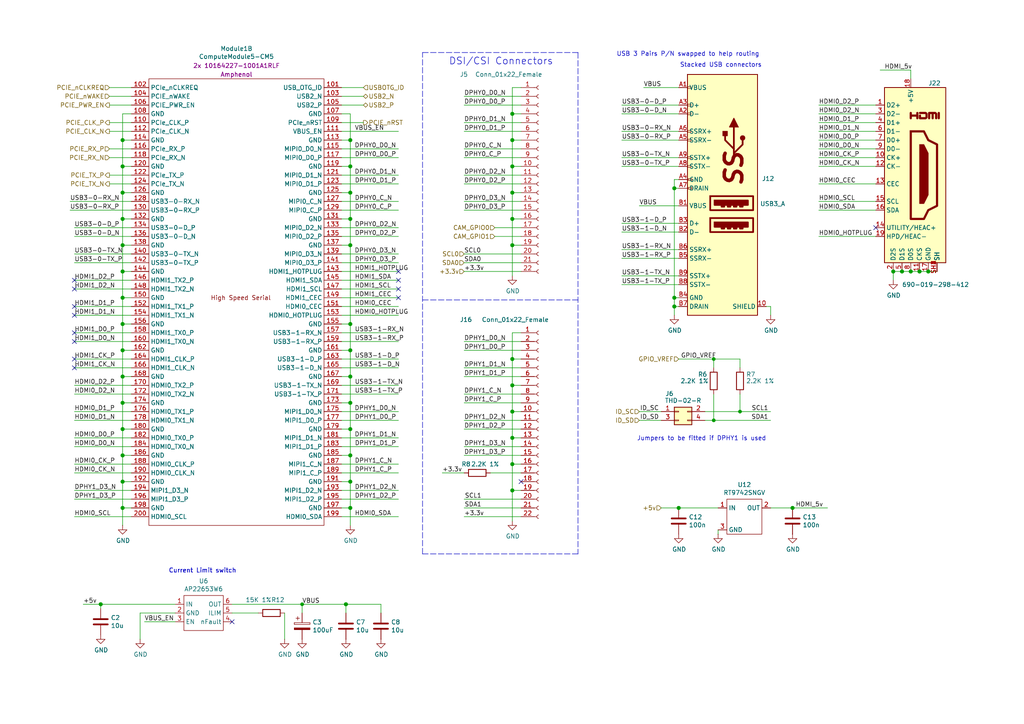
<source format=kicad_sch>
(kicad_sch (version 20250114) (generator "eeschema") (generator_version "9.0")
  (paper "A4")
  (title_block (title "Compute Module 5 IO Board - CM5 - Highspeed") (rev "1") (company "Copyright © 2024 Raspberry Pi Ltd.") (comment 1 "www.raspberrypi.com"))
  (text "USB 3 Pairs P/N swapped to help routing" (at 178.816 16.51 0) (effects (font (size 1.27 1.27)) (justify left bottom)))
  (text "Jumpers to be fitted if DPHY1 is used\n" (at 222.25 128.016 0) (effects (font (size 1.27 1.27)) (justify right bottom)))
  (text "Current Limit switch" (at 68.58 166.37 0) (effects (font (size 1.27 1.27)) (justify right bottom)))
  (text "DSI/CSI Connectors" (at 130.175 19.05 0) (effects (font (size 2.0066 2.0066)) (justify left bottom)))
  (text "Stacked USB connectors" (at 220.98 19.685 0) (effects (font (size 1.27 1.27)) (justify right bottom)))
  (text "Current Limit switch" (at 68.58 166.37 0) (effects (font (size 1.27 1.27)) (justify right bottom)))
  (junction (at 148.59 33.02) (diameter 1.016))
  (junction (at 207.01 104.14))
  (junction (at 35.56 147.32) (diameter 1.016))
  (junction (at 35.56 132.08) (diameter 1.016))
  (junction (at 148.59 119.38) (diameter 1.016))
  (junction (at 101.6 132.08) (diameter 1.016))
  (junction (at 35.56 71.12) (diameter 1.016))
  (junction (at 101.6 55.88) (diameter 1.016))
  (junction (at 100.33 175.26) (diameter 1.016))
  (junction (at 195.58 54.61) (diameter 1.016))
  (junction (at 266.7 78.74) (diameter 1.016))
  (junction (at 148.59 142.24) (diameter 1.016))
  (junction (at 148.59 134.62) (diameter 1.016))
  (junction (at 101.6 147.32) (diameter 1.016))
  (junction (at 35.56 40.64) (diameter 1.016))
  (junction (at 148.59 104.14) (diameter 1.016))
  (junction (at 101.6 40.64) (diameter 1.016))
  (junction (at 148.59 55.88) (diameter 1.016))
  (junction (at 35.56 55.88) (diameter 1.016))
  (junction (at 101.6 101.6) (diameter 1.016))
  (junction (at 196.85 147.32) (diameter 1.016))
  (junction (at 101.6 124.46) (diameter 1.016))
  (junction (at 269.24 78.74) (diameter 1.016))
  (junction (at 148.59 48.26) (diameter 1.016))
  (junction (at 214.63 119.38))
  (junction (at 35.56 78.74) (diameter 1.016))
  (junction (at 101.6 116.84) (diameter 1.016))
  (junction (at 148.59 127) (diameter 1.016))
  (junction (at 35.56 48.26) (diameter 1.016))
  (junction (at 101.6 63.5) (diameter 1.016))
  (junction (at 259.08 78.74) (diameter 1.016))
  (junction (at 29.21 175.26) (diameter 1.016))
  (junction (at 207.01 121.92))
  (junction (at 101.6 48.26) (diameter 1.016))
  (junction (at 35.56 139.7) (diameter 1.016))
  (junction (at 101.6 139.7) (diameter 1.016))
  (junction (at 148.59 63.5) (diameter 1.016))
  (junction (at 101.6 93.98) (diameter 1.016))
  (junction (at 35.56 101.6) (diameter 1.016))
  (junction (at 261.62 78.74) (diameter 1.016))
  (junction (at 195.58 86.36) (diameter 1.016))
  (junction (at 35.56 116.84) (diameter 1.016))
  (junction (at 35.56 86.36) (diameter 1.016))
  (junction (at 101.6 71.12) (diameter 1.016))
  (junction (at 101.6 109.22) (diameter 1.016))
  (junction (at 35.56 63.5) (diameter 1.016))
  (junction (at 229.87 147.32) (diameter 1.016))
  (junction (at 264.16 78.74) (diameter 1.016))
  (junction (at 148.59 111.76) (diameter 1.016))
  (junction (at 87.63 175.26))
  (junction (at 35.56 93.98) (diameter 1.016))
  (junction (at 148.59 40.64) (diameter 1.016))
  (junction (at 195.58 88.9) (diameter 1.016))
  (junction (at 148.59 71.12) (diameter 1.016))
  (junction (at 35.56 124.46) (diameter 1.016))
  (junction (at 35.56 109.22) (diameter 1.016))
  (no_connect (at 67.31 180.34))
  (no_connect (at 21.59 99.06))
  (no_connect (at 254 66.04))
  (no_connect (at 21.59 96.52))
  (no_connect (at 21.59 104.14))
  (no_connect (at 151.13 139.7))
  (no_connect (at 21.59 88.9))
  (no_connect (at 115.57 81.28))
  (no_connect (at 21.59 81.28))
  (no_connect (at 21.59 106.68))
  (no_connect (at 21.59 91.44))
  (no_connect (at 21.59 83.82))
  (no_connect (at 115.57 78.74))
  (no_connect (at 115.57 86.36))
  (no_connect (at 115.57 83.82))
  (wire (pts (xy 134.62 109.22) (xy 151.13 109.22)))
  (wire (pts (xy 180.34 67.31) (xy 196.85 67.31)))
  (wire (pts (xy 99.06 144.78) (xy 115.57 144.78)))
  (wire (pts (xy 21.59 111.76) (xy 38.1 111.76)))
  (wire (pts (xy 21.59 142.24) (xy 38.1 142.24)))
  (wire (pts (xy 261.62 78.74) (xy 264.16 78.74)))
  (wire (pts (xy 24.13 175.26) (xy 29.21 175.26)))
  (wire (pts (xy 148.59 40.64) (xy 148.59 48.26)))
  (wire (pts (xy 99.06 38.1) (xy 115.57 38.1)))
  (wire (pts (xy 35.56 63.5) (xy 35.56 71.12)))
  (wire (pts (xy 35.56 139.7) (xy 35.56 147.32)))
  (wire (pts (xy 196.85 52.07) (xy 195.58 52.07)))
  (wire (pts (xy 67.31 177.8) (xy 74.93 177.8)))
  (wire (pts (xy 35.56 33.02) (xy 35.56 40.64)))
  (wire (pts (xy 35.56 86.36) (xy 35.56 93.98)))
  (wire (pts (xy 237.49 68.58) (xy 254 68.58)))
  (wire (pts (xy 21.59 119.38) (xy 38.1 119.38)))
  (wire (pts (xy 35.56 71.12) (xy 35.56 78.74)))
  (wire (pts (xy 35.56 101.6) (xy 35.56 109.22)))
  (wire (pts (xy 101.6 48.26) (xy 101.6 40.64)))
  (wire (pts (xy 134.62 132.08) (xy 151.13 132.08)))
  (wire (pts (xy 99.06 30.48) (xy 105.41 30.48)))
  (wire (pts (xy 35.56 86.36) (xy 38.1 86.36)))
  (wire (pts (xy 148.59 104.14) (xy 148.59 111.76)))
  (wire (pts (xy 148.59 63.5) (xy 151.13 63.5)))
  (wire (pts (xy 148.59 33.02) (xy 148.59 40.64)))
  (wire (pts (xy 35.56 109.22) (xy 35.56 116.84)))
  (wire (pts (xy 35.56 48.26) (xy 35.56 55.88)))
  (wire (pts (xy 35.56 132.08) (xy 38.1 132.08)))
  (wire (pts (xy 101.6 71.12) (xy 101.6 63.5)))
  (wire (pts (xy 196.85 147.32) (xy 208.28 147.32)))
  (wire (pts (xy 237.49 53.34) (xy 254 53.34)))
  (wire (pts (xy 99.06 119.38) (xy 115.57 119.38)))
  (wire (pts (xy 266.7 78.74) (xy 269.24 78.74)))
  (polyline (pts (xy 167.64 15.24) (xy 167.64 160.655)) (stroke (width 0) (type dash)))
  (wire (pts (xy 31.75 38.1) (xy 38.1 38.1)))
  (wire (pts (xy 35.56 109.22) (xy 38.1 109.22)))
  (wire (pts (xy 38.1 147.32) (xy 35.56 147.32)))
  (wire (pts (xy 148.59 55.88) (xy 148.59 63.5)))
  (wire (pts (xy 207.01 104.14) (xy 214.63 104.14)))
  (wire (pts (xy 99.06 101.6) (xy 101.6 101.6)))
  (wire (pts (xy 223.52 147.32) (xy 229.87 147.32)))
  (wire (pts (xy 148.59 48.26) (xy 151.13 48.26)))
  (wire (pts (xy 35.56 55.88) (xy 35.56 63.5)))
  (wire (pts (xy 196.85 104.14) (xy 207.01 104.14)))
  (wire (pts (xy 21.59 114.3) (xy 38.1 114.3)))
  (wire (pts (xy 237.49 60.96) (xy 254 60.96)))
  (wire (pts (xy 207.01 114.3) (xy 207.01 121.92)))
  (wire (pts (xy 31.75 27.94) (xy 38.1 27.94)))
  (wire (pts (xy 180.34 48.26) (xy 196.85 48.26)))
  (wire (pts (xy 99.06 40.64) (xy 101.6 40.64)))
  (wire (pts (xy 134.62 99.06) (xy 151.13 99.06)))
  (wire (pts (xy 151.13 73.66) (xy 134.62 73.66)))
  (wire (pts (xy 21.59 73.66) (xy 38.1 73.66)))
  (wire (pts (xy 21.59 127) (xy 38.1 127)))
  (wire (pts (xy 21.59 66.04) (xy 38.1 66.04)))
  (wire (pts (xy 207.01 104.14) (xy 207.01 106.68)))
  (wire (pts (xy 101.6 124.46) (xy 101.6 132.08)))
  (wire (pts (xy 148.59 96.52) (xy 148.59 104.14)))
  (wire (pts (xy 40.64 177.8) (xy 40.64 185.42)))
  (wire (pts (xy 99.06 149.86) (xy 115.57 149.86)))
  (wire (pts (xy 214.63 104.14) (xy 214.63 106.68)))
  (wire (pts (xy 180.34 74.93) (xy 196.85 74.93)))
  (wire (pts (xy 41.91 180.34) (xy 50.8 180.34)))
  (wire (pts (xy 196.85 54.61) (xy 195.58 54.61)))
  (wire (pts (xy 237.49 43.18) (xy 254 43.18)))
  (wire (pts (xy 101.6 116.84) (xy 101.6 124.46)))
  (wire (pts (xy 134.62 114.3) (xy 151.13 114.3)))
  (wire (pts (xy 99.06 86.36) (xy 115.57 86.36)))
  (wire (pts (xy 21.59 129.54) (xy 38.1 129.54)))
  (wire (pts (xy 204.47 121.92) (xy 207.01 121.92)))
  (wire (pts (xy 99.06 78.74) (xy 115.57 78.74)))
  (wire (pts (xy 21.59 76.2) (xy 38.1 76.2)))
  (wire (pts (xy 101.6 147.32) (xy 101.6 152.4)))
  (wire (pts (xy 99.06 50.8) (xy 115.57 50.8)))
  (wire (pts (xy 100.33 177.8) (xy 100.33 175.26)))
  (wire (pts (xy 38.1 43.18) (xy 31.75 43.18)))
  (wire (pts (xy 99.06 76.2) (xy 115.57 76.2)))
  (wire (pts (xy 229.87 147.32) (xy 240.03 147.32)))
  (wire (pts (xy 31.75 30.48) (xy 38.1 30.48)))
  (wire (pts (xy 99.06 132.08) (xy 101.6 132.08)))
  (wire (pts (xy 259.08 78.74) (xy 259.08 81.28)))
  (wire (pts (xy 31.75 53.34) (xy 38.1 53.34)))
  (wire (pts (xy 148.59 119.38) (xy 148.59 127)))
  (wire (pts (xy 237.49 40.64) (xy 254 40.64)))
  (wire (pts (xy 99.06 88.9) (xy 115.57 88.9)))
  (wire (pts (xy 82.55 177.8) (xy 82.55 185.42)))
  (wire (pts (xy 208.28 153.67) (xy 208.28 154.94)))
  (wire (pts (xy 50.8 177.8) (xy 40.64 177.8)))
  (wire (pts (xy 180.34 33.02) (xy 196.85 33.02)))
  (wire (pts (xy 142.24 137.16) (xy 151.13 137.16)))
  (wire (pts (xy 35.56 63.5) (xy 38.1 63.5)))
  (wire (pts (xy 180.34 40.64) (xy 196.85 40.64)))
  (wire (pts (xy 204.47 119.38) (xy 214.63 119.38)))
  (wire (pts (xy 143.51 68.58) (xy 151.13 68.58)))
  (wire (pts (xy 148.59 134.62) (xy 151.13 134.62)))
  (wire (pts (xy 99.06 48.26) (xy 101.6 48.26)))
  (wire (pts (xy 134.62 58.42) (xy 151.13 58.42)))
  (wire (pts (xy 180.34 72.39) (xy 196.85 72.39)))
  (wire (pts (xy 21.59 99.06) (xy 38.1 99.06)))
  (wire (pts (xy 134.62 35.56) (xy 151.13 35.56)))
  (wire (pts (xy 151.13 147.32) (xy 134.62 147.32)))
  (wire (pts (xy 134.62 106.68) (xy 151.13 106.68)))
  (wire (pts (xy 38.1 45.72) (xy 31.75 45.72)))
  (wire (pts (xy 101.6 93.98) (xy 101.6 101.6)))
  (wire (pts (xy 134.62 53.34) (xy 151.13 53.34)))
  (wire (pts (xy 134.62 38.1) (xy 151.13 38.1)))
  (wire (pts (xy 35.56 116.84) (xy 35.56 124.46)))
  (wire (pts (xy 185.42 59.69) (xy 196.85 59.69)))
  (wire (pts (xy 21.59 83.82) (xy 38.1 83.82)))
  (wire (pts (xy 35.56 40.64) (xy 38.1 40.64)))
  (polyline (pts (xy 122.555 86.995) (xy 167.64 86.995)) (stroke (width 0) (type dash)))
  (wire (pts (xy 38.1 139.7) (xy 35.56 139.7)))
  (wire (pts (xy 180.34 38.1) (xy 196.85 38.1)))
  (wire (pts (xy 151.13 149.86) (xy 134.62 149.86)))
  (wire (pts (xy 99.06 73.66) (xy 115.57 73.66)))
  (wire (pts (xy 148.59 111.76) (xy 148.59 119.38)))
  (wire (pts (xy 67.31 175.26) (xy 87.63 175.26)))
  (wire (pts (xy 99.06 45.72) (xy 115.57 45.72)))
  (wire (pts (xy 87.63 175.26) (xy 100.33 175.26)))
  (wire (pts (xy 21.59 134.62) (xy 38.1 134.62)))
  (wire (pts (xy 29.21 175.26) (xy 50.8 175.26)))
  (wire (pts (xy 134.62 129.54) (xy 151.13 129.54)))
  (wire (pts (xy 237.49 38.1) (xy 254 38.1)))
  (wire (pts (xy 148.59 127) (xy 151.13 127)))
  (wire (pts (xy 148.59 25.4) (xy 148.59 33.02)))
  (wire (pts (xy 264.16 78.74) (xy 266.7 78.74)))
  (wire (pts (xy 35.56 124.46) (xy 38.1 124.46)))
  (wire (pts (xy 207.01 121.92) (xy 223.52 121.92)))
  (wire (pts (xy 191.77 147.32) (xy 196.85 147.32)))
  (wire (pts (xy 99.06 68.58) (xy 115.57 68.58)))
  (wire (pts (xy 99.06 55.88) (xy 101.6 55.88)))
  (wire (pts (xy 148.59 71.12) (xy 151.13 71.12)))
  (wire (pts (xy 148.59 142.24) (xy 148.59 151.13)))
  (wire (pts (xy 99.06 58.42) (xy 115.57 58.42)))
  (wire (pts (xy 148.59 119.38) (xy 151.13 119.38)))
  (wire (pts (xy 99.06 116.84) (xy 101.6 116.84)))
  (wire (pts (xy 195.58 88.9) (xy 195.58 91.44)))
  (wire (pts (xy 99.06 93.98) (xy 101.6 93.98)))
  (wire (pts (xy 185.42 119.38) (xy 191.77 119.38)))
  (wire (pts (xy 148.59 71.12) (xy 148.59 80.01)))
  (wire (pts (xy 31.75 35.56) (xy 38.1 35.56)))
  (wire (pts (xy 101.6 139.7) (xy 101.6 147.32)))
  (wire (pts (xy 101.6 55.88) (xy 101.6 48.26)))
  (wire (pts (xy 31.75 25.4) (xy 38.1 25.4)))
  (wire (pts (xy 180.34 80.01) (xy 196.85 80.01)))
  (wire (pts (xy 148.59 134.62) (xy 148.59 142.24)))
  (wire (pts (xy 134.62 60.96) (xy 151.13 60.96)))
  (wire (pts (xy 99.06 134.62) (xy 115.57 134.62)))
  (wire (pts (xy 99.06 91.44) (xy 115.57 91.44)))
  (wire (pts (xy 31.75 50.8) (xy 38.1 50.8)))
  (wire (pts (xy 134.62 121.92) (xy 151.13 121.92)))
  (wire (pts (xy 151.13 78.74) (xy 134.62 78.74)))
  (wire (pts (xy 99.06 66.04) (xy 115.57 66.04)))
  (wire (pts (xy 237.49 30.48) (xy 254 30.48)))
  (wire (pts (xy 21.59 88.9) (xy 38.1 88.9)))
  (wire (pts (xy 134.62 27.94) (xy 151.13 27.94)))
  (wire (pts (xy 151.13 96.52) (xy 148.59 96.52)))
  (wire (pts (xy 101.6 109.22) (xy 101.6 116.84)))
  (wire (pts (xy 222.25 88.9) (xy 223.52 88.9)))
  (wire (pts (xy 196.85 86.36) (xy 195.58 86.36)))
  (wire (pts (xy 99.06 43.18) (xy 115.57 43.18)))
  (wire (pts (xy 38.1 106.68) (xy 21.59 106.68)))
  (wire (pts (xy 35.56 93.98) (xy 38.1 93.98)))
  (wire (pts (xy 35.56 116.84) (xy 38.1 116.84)))
  (wire (pts (xy 134.62 50.8) (xy 151.13 50.8)))
  (wire (pts (xy 99.06 63.5) (xy 101.6 63.5)))
  (wire (pts (xy 38.1 33.02) (xy 35.56 33.02)))
  (polyline (pts (xy 122.555 15.24) (xy 168.148 15.24)) (stroke (width 0) (type dash)))
  (wire (pts (xy 21.59 144.78) (xy 38.1 144.78)))
  (wire (pts (xy 99.06 142.24) (xy 115.57 142.24)))
  (wire (pts (xy 151.13 144.78) (xy 134.62 144.78)))
  (wire (pts (xy 148.59 40.64) (xy 151.13 40.64)))
  (wire (pts (xy 264.16 20.32) (xy 264.16 22.86)))
  (wire (pts (xy 100.33 175.26) (xy 110.49 175.26)))
  (wire (pts (xy 35.56 71.12) (xy 38.1 71.12)))
  (wire (pts (xy 35.56 124.46) (xy 35.56 132.08)))
  (wire (pts (xy 99.06 60.96) (xy 115.57 60.96)))
  (wire (pts (xy 99.06 127) (xy 115.57 127)))
  (wire (pts (xy 180.34 30.48) (xy 196.85 30.48)))
  (wire (pts (xy 87.63 175.26) (xy 87.63 177.8)))
  (wire (pts (xy 214.63 119.38) (xy 223.52 119.38)))
  (wire (pts (xy 35.56 101.6) (xy 38.1 101.6)))
  (wire (pts (xy 195.58 86.36) (xy 195.58 88.9)))
  (wire (pts (xy 148.59 33.02) (xy 151.13 33.02)))
  (wire (pts (xy 20.32 60.96) (xy 38.1 60.96)))
  (wire (pts (xy 269.24 78.74) (xy 271.78 78.74)))
  (wire (pts (xy 180.34 45.72) (xy 196.85 45.72)))
  (wire (pts (xy 99.06 124.46) (xy 101.6 124.46)))
  (wire (pts (xy 148.59 104.14) (xy 151.13 104.14)))
  (wire (pts (xy 35.56 55.88) (xy 38.1 55.88)))
  (wire (pts (xy 99.06 96.52) (xy 115.57 96.52)))
  (wire (pts (xy 115.57 99.06) (xy 99.06 99.06)))
  (wire (pts (xy 21.59 96.52) (xy 38.1 96.52)))
  (wire (pts (xy 21.59 149.86) (xy 38.1 149.86)))
  (wire (pts (xy 134.62 30.48) (xy 151.13 30.48)))
  (wire (pts (xy 99.06 109.22) (xy 101.6 109.22)))
  (wire (pts (xy 151.13 25.4) (xy 148.59 25.4)))
  (wire (pts (xy 214.63 114.3) (xy 214.63 119.38)))
  (wire (pts (xy 237.49 45.72) (xy 254 45.72)))
  (wire (pts (xy 99.06 81.28) (xy 115.57 81.28)))
  (wire (pts (xy 143.51 66.04) (xy 151.13 66.04)))
  (wire (pts (xy 99.06 53.34) (xy 115.57 53.34)))
  (wire (pts (xy 259.08 78.74) (xy 261.62 78.74)))
  (wire (pts (xy 21.59 91.44) (xy 38.1 91.44)))
  (wire (pts (xy 255.27 20.32) (xy 264.16 20.32)))
  (wire (pts (xy 35.56 132.08) (xy 35.56 139.7)))
  (wire (pts (xy 134.62 101.6) (xy 151.13 101.6)))
  (wire (pts (xy 99.06 129.54) (xy 115.57 129.54)))
  (wire (pts (xy 99.06 27.94) (xy 105.41 27.94)))
  (wire (pts (xy 20.32 58.42) (xy 38.1 58.42)))
  (wire (pts (xy 101.6 40.64) (xy 101.6 33.02)))
  (wire (pts (xy 196.85 88.9) (xy 195.58 88.9)))
  (wire (pts (xy 185.42 121.92) (xy 191.77 121.92)))
  (wire (pts (xy 195.58 52.07) (xy 195.58 54.61)))
  (wire (pts (xy 128.27 137.16) (xy 134.62 137.16)))
  (wire (pts (xy 148.59 48.26) (xy 148.59 55.88)))
  (wire (pts (xy 101.6 63.5) (xy 101.6 55.88)))
  (wire (pts (xy 99.06 104.14) (xy 115.57 104.14)))
  (wire (pts (xy 21.59 104.14) (xy 38.1 104.14)))
  (wire (pts (xy 151.13 76.2) (xy 134.62 76.2)))
  (wire (pts (xy 237.49 58.42) (xy 254 58.42)))
  (wire (pts (xy 99.06 106.68) (xy 115.57 106.68)))
  (wire (pts (xy 35.56 78.74) (xy 38.1 78.74)))
  (wire (pts (xy 101.6 132.08) (xy 101.6 139.7)))
  (wire (pts (xy 35.56 48.26) (xy 38.1 48.26)))
  (wire (pts (xy 99.06 35.56) (xy 105.41 35.56)))
  (wire (pts (xy 99.06 121.92) (xy 115.57 121.92)))
  (wire (pts (xy 101.6 71.12) (xy 101.6 93.98)))
  (wire (pts (xy 134.62 43.18) (xy 151.13 43.18)))
  (wire (pts (xy 35.56 93.98) (xy 35.56 101.6)))
  (wire (pts (xy 148.59 142.24) (xy 151.13 142.24)))
  (wire (pts (xy 99.06 71.12) (xy 101.6 71.12)))
  (polyline (pts (xy 122.555 160.655) (xy 122.555 15.24)) (stroke (width 0) (type dash)))
  (wire (pts (xy 21.59 68.58) (xy 38.1 68.58)))
  (wire (pts (xy 99.06 114.3) (xy 115.57 114.3)))
  (wire (pts (xy 29.21 176.53) (xy 29.21 175.26)))
  (wire (pts (xy 186.69 25.4) (xy 196.85 25.4)))
  (wire (pts (xy 101.6 33.02) (xy 99.06 33.02)))
  (wire (pts (xy 21.59 81.28) (xy 38.1 81.28)))
  (wire (pts (xy 148.59 63.5) (xy 148.59 71.12)))
  (wire (pts (xy 101.6 101.6) (xy 101.6 109.22)))
  (wire (pts (xy 21.59 121.92) (xy 38.1 121.92)))
  (wire (pts (xy 99.06 83.82) (xy 115.57 83.82)))
  (wire (pts (xy 35.56 78.74) (xy 35.56 86.36)))
  (wire (pts (xy 35.56 147.32) (xy 35.56 152.4)))
  (wire (pts (xy 148.59 127) (xy 148.59 134.62)))
  (wire (pts (xy 99.06 147.32) (xy 101.6 147.32)))
  (wire (pts (xy 134.62 116.84) (xy 151.13 116.84)))
  (wire (pts (xy 110.49 175.26) (xy 110.49 177.8)))
  (wire (pts (xy 35.56 40.64) (xy 35.56 48.26)))
  (wire (pts (xy 148.59 55.88) (xy 151.13 55.88)))
  (wire (pts (xy 99.06 139.7) (xy 101.6 139.7)))
  (wire (pts (xy 237.49 33.02) (xy 254 33.02)))
  (wire (pts (xy 148.59 111.76) (xy 151.13 111.76)))
  (wire (pts (xy 180.34 64.77) (xy 196.85 64.77)))
  (wire (pts (xy 223.52 88.9) (xy 223.52 91.44)))
  (wire (pts (xy 21.59 137.16) (xy 38.1 137.16)))
  (wire (pts (xy 237.49 35.56) (xy 254 35.56)))
  (polyline (pts (xy 167.64 160.655) (xy 122.555 160.655)) (stroke (width 0) (type dash)))
  (wire (pts (xy 237.49 48.26) (xy 254 48.26)))
  (wire (pts (xy 180.34 82.55) (xy 196.85 82.55)))
  (wire (pts (xy 195.58 54.61) (xy 195.58 86.36)))
  (wire (pts (xy 134.62 124.46) (xy 151.13 124.46)))
  (wire (pts (xy 99.06 137.16) (xy 115.57 137.16)))
  (wire (pts (xy 134.62 45.72) (xy 151.13 45.72)))
  (wire (pts (xy 99.06 111.76) (xy 115.57 111.76)))
  (wire (pts (xy 105.41 25.4) (xy 99.06 25.4)))
  (label "HDMI0_D1_N" (at 21.59 121.92 0))
  (label "DPHY1_D3_P" (at 21.59 144.78 0))
  (label "DPHY0_D1_P" (at 114.935 53.34 180))
  (label "USB3-0-TX_N" (at 180.34 45.72 0))
  (label "DPHY0_D2_N" (at 134.62 50.8 0))
  (label "HDMI1_CEC" (at 102.87 86.36 0))
  (label "HDMI0_CK_N" (at 237.49 48.26 0))
  (label "USB3-1-D_N" (at 102.87 106.68 0))
  (label "USB3-1-D_N" (at 180.34 67.31 0))
  (label "VBUS_EN" (at 102.87 38.1 0))
  (label "HDMI0_D2_N" (at 237.49 33.02 0))
  (label "HDMI0_D1_N" (at 237.49 38.1 0))
  (label "SDA0" (at 134.62 76.2 0))
  (label "DPHY0_D0_P" (at 114.935 45.72 180))
  (label "DPHY1_D1_P" (at 134.62 109.22 0))
  (label "HDMI0_D0_P" (at 237.49 40.64 0))
  (label "DPHY1_C_N" (at 102.87 134.62 0))
  (label "DPHY1_C_N" (at 134.62 114.3 0))
  (label "USB3-0-RX_P" (at 180.34 40.64 0))
  (label "DPHY0_D0_N" (at 134.62 27.94 0))
  (label "DPHY1_D3_N" (at 134.62 129.54 0))
  (label "HDMI1_D1_P" (at 21.59 88.9 0))
  (label "USB3-0-D_N" (at 21.59 68.58 0))
  (label "SCL0" (at 134.62 73.66 0))
  (label "ID_SC" (at 191.135 119.38 180))
  (label "HDMI0_D2_P" (at 21.59 111.76 0))
  (label "USB3-0-RX_N" (at 180.34 38.1 0))
  (label "DPHY1_D2_N" (at 102.87 142.24 0))
  (label "+3.3v" (at 134.62 78.74 0))
  (label "USB3-0-D_P" (at 180.34 30.48 0))
  (label "ID_SD" (at 191.135 121.92 180))
  (label "SCL1" (at 139.7 144.78 180))
  (label "USB3-0-TX_N" (at 21.59 73.66 0))
  (label "VBUS_EN" (at 41.91 180.34 0))
  (label "USB3-1-TX_P" (at 102.87 114.3 0))
  (label "+5v" (at 24.13 175.26 0))
  (label "HDMI0_CK_P" (at 21.59 134.62 0))
  (label "USB3-1-RX_P" (at 102.87 99.06 0))
  (label "HDMI1_D0_P" (at 21.59 96.52 0))
  (label "USB3-0-TX_P" (at 21.59 76.2 0))
  (label "DPHY0_D3_P" (at 114.935 76.2 180))
  (label "DPHY1_D2_P" (at 134.62 124.46 0))
  (label "DPHY1_D0_P" (at 134.62 101.6 0))
  (label "USB3-0-RX_N" (at 20.32 58.42 0))
  (label "DPHY0_D0_P" (at 134.62 30.48 0))
  (label "USB3-1-TX_N" (at 102.87 111.76 0))
  (label "HDMI1_D2_N" (at 21.59 83.82 0))
  (label "DPHY0_C_P" (at 102.87 60.96 0))
  (label "DPHY1_C_P" (at 102.87 137.16 0))
  (label "HDMI0_CK_N" (at 21.59 137.16 0))
  (label "HDMI0_CEC" (at 102.87 88.9 0))
  (label "HDMI0_D2_N" (at 21.59 114.3 0))
  (label "HDMI0_D0_N" (at 237.49 43.18 0))
  (label "DPHY1_D3_P" (at 134.62 132.08 0))
  (label "HDMI1_D0_N" (at 21.59 99.06 0))
  (label "HDMI0_HOTPLUG" (at 237.49 68.58 0))
  (label "USB3-1-RX_P" (at 180.34 74.93 0))
  (label "DPHY1_D1_N" (at 114.935 127 180))
  (label "DPHY1_D0_N" (at 134.62 99.06 0))
  (label "DPHY0_D2_N" (at 102.87 66.04 0))
  (label "HDMI0_D1_P" (at 21.59 119.38 0))
  (label "DPHY0_D3_N" (at 114.935 73.66 180))
  (label "HDMI0_D0_P" (at 21.59 127 0))
  (label "DPHY0_C_N" (at 134.62 43.18 0))
  (label "DPHY1_D2_N" (at 134.62 121.92 0))
  (label "USB3-1-TX_N" (at 180.34 80.01 0))
  (label "DPHY0_D2_P" (at 102.87 68.58 0))
  (label "HDMI1_D1_N" (at 21.59 91.44 0))
  (label "VBUS" (at 185.42 59.69 0))
  (label "DPHY0_D2_P" (at 134.62 53.34 0))
  (label "HDMI0_D2_P" (at 237.49 30.48 0))
  (label "DPHY0_D1_N" (at 114.935 50.8 180))
  (label "DPHY0_D3_P" (at 134.62 60.96 0))
  (label "HDMI1_CK_P" (at 21.59 104.14 0))
  (label "DPHY0_D1_N" (at 134.62 35.56 0))
  (label "HDMI_5v" (at 238.76 147.32 180))
  (label "DPHY0_D3_N" (at 134.62 58.42 0))
  (label "USB3-1-RX_N" (at 180.34 72.39 0))
  (label "USB3-1-RX_N" (at 102.87 96.52 0))
  (label "HDMI1_HOTPLUG" (at 102.87 78.74 0))
  (label "VBUS" (at 87.63 175.26 0))
  (label "HDMI1_SCL" (at 102.87 83.82 0))
  (label "USB3-0-D_P" (at 21.59 66.04 0))
  (label "VBUS" (at 186.69 25.4 0))
  (label "HDMI0_SCL" (at 21.59 149.86 0))
  (label "DPHY1_D0_N" (at 114.935 119.38 180))
  (label "DPHY1_D0_P" (at 114.935 121.92 180))
  (label "DPHY0_D1_P" (at 134.62 38.1 0))
  (label "HDMI0_CK_P" (at 237.49 45.72 0))
  (label "DPHY1_D1_N" (at 134.62 106.68 0))
  (label "SDA1" (at 139.7 147.32 180))
  (label "DPHY1_D2_P" (at 102.87 144.78 0))
  (label "USB3-0-RX_P" (at 20.32 60.96 0))
  (label "DPHY1_D1_P" (at 114.935 129.54 180))
  (label "HDMI1_D2_P" (at 21.59 81.28 0))
  (label "HDMI0_HOTPLUG" (at 102.87 91.44 0))
  (label "HDMI0_CEC" (at 237.49 53.34 0))
  (label "DPHY0_D0_N" (at 114.935 43.18 180))
  (label "HDMI0_SDA" (at 237.49 60.96 0))
  (label "DPHY0_C_P" (at 134.62 45.72 0))
  (label "HDMI0_D1_P" (at 237.49 35.56 0))
  (label "USB3-1-D_P" (at 180.34 64.77 0))
  (label "+3.3v" (at 134.62 149.86 0))
  (label "USB3-0-D_N" (at 180.34 33.02 0))
  (label "SCL1" (at 222.885 119.38 180))
  (label "SDA1" (at 222.885 121.92 180))
  (label "HDMI0_SCL" (at 237.49 58.42 0))
  (label "HDMI0_D0_N" (at 21.59 129.54 0))
  (label "GPIO_VREF" (at 197.485 104.14 0))
  (label "HDMI0_SDA" (at 102.87 149.86 0))
  (label "DPHY1_C_P" (at 134.62 116.84 0))
  (label "HDMI_5v" (at 256.54 20.32 0))
  (label "+3.3v" (at 128.27 137.16 0))
  (label "HDMI1_CK_N" (at 21.59 106.68 0))
  (label "DPHY0_C_N" (at 102.87 58.42 0))
  (label "DPHY1_D3_N" (at 21.59 142.24 0))
  (label "USB3-0-TX_P" (at 180.34 48.26 0))
  (label "USB3-1-D_P" (at 102.87 104.14 0))
  (label "USB3-1-TX_P" (at 180.34 82.55 0))
  (label "HDMI1_SDA" (at 102.87 81.28 0))
  (hierarchical_label "USBOTG_ID" (shape input) (at 105.41 25.4 0))
  (hierarchical_label "PCIE_PWR_EN" (shape output) (at 31.75 30.48 180))
  (hierarchical_label "PCIE_CLK_P" (shape output) (at 31.75 35.56 180))
  (hierarchical_label "CAM_GPIO0" (shape input) (at 143.51 66.04 180))
  (hierarchical_label "PCIE_RX_N" (shape input) (at 31.75 45.72 180))
  (hierarchical_label "+5v" (shape input) (at 191.77 147.32 180))
  (hierarchical_label "SCL0" (shape input) (at 134.62 73.66 180))
  (hierarchical_label "PCIE_nCLKREQ" (shape input) (at 31.75 25.4 180))
  (hierarchical_label "ID_SC" (shape input) (at 185.42 119.38 180))
  (hierarchical_label "PCIE_RX_P" (shape input) (at 31.75 43.18 180))
  (hierarchical_label "GPIO_VREF" (shape input) (at 196.85 104.14 180))
  (hierarchical_label "+3.3v" (shape input) (at 134.62 78.74 180))
  (hierarchical_label "USB2_P" (shape bidirectional) (at 105.41 30.48 0))
  (hierarchical_label "USB2_N" (shape bidirectional) (at 105.41 27.94 0))
  (hierarchical_label "PCIE_TX_P" (shape output) (at 31.75 50.8 180))
  (hierarchical_label "ID_SD" (shape input) (at 185.42 121.92 180))
  (hierarchical_label "PCIE_nWAKE" (shape input) (at 31.75 27.94 180))
  (hierarchical_label "PCIE_CLK_N" (shape output) (at 31.75 38.1 180))
  (hierarchical_label "PCIE_nRST" (shape output) (at 105.41 35.56 0))
  (hierarchical_label "CAM_GPIO1" (shape input) (at 143.51 68.58 180))
  (hierarchical_label "PCIE_TX_N" (shape output) (at 31.75 53.34 180))
  (hierarchical_label "SDA0" (shape input) (at 134.62 76.2 180))
  (symbol (lib_id "power:GND") (at 259.08 81.28 0) (unit 1)
    (property "Reference" "#PWR0128" (effects (hide yes)))
    (property "Value" "GND" (at 259.207 85.6742 0))
    (property "Description" "Power symbol creates a global label with name \"GND\" , ground" (effects (hide yes)))
  )
  (symbol (lib_id "power:GND") (at 101.6 152.4 0) (unit 1)
    (property "Reference" "#PWR0130" (effects (hide yes)))
    (property "Value" "GND" (at 101.727 156.7942 0))
    (property "Description" "Power symbol creates a global label with name \"GND\" , ground" (effects (hide yes)))
  )
  (symbol (lib_id "power:GND") (at 35.56 152.4 0) (unit 1)
    (property "Reference" "#PWR0131" (effects (hide yes)))
    (property "Value" "GND" (at 35.687 156.7942 0))
    (property "Description" "Power symbol creates a global label with name \"GND\" , ground" (effects (hide yes)))
  )
  (symbol (lib_id "power:GND") (at 148.59 80.01 0) (unit 1)
    (property "Reference" "#PWR0134" (effects (hide yes)))
    (property "Value" "GND" (at 148.717 84.4042 0))
    (property "Description" "Power symbol creates a global label with name \"GND\" , ground" (effects (hide yes)))
  )
  (symbol (lib_id "power:GND") (at 148.59 151.13 0) (unit 1)
    (property "Reference" "#PWR0135" (effects (hide yes)))
    (property "Value" "GND" (at 148.717 155.5242 0))
    (property "Description" "Power symbol creates a global label with name \"GND\" , ground" (effects (hide yes)))
  )
  (symbol (lib_id "Device:R") (at 207.01 110.49 0) (unit 1)
    (property "Reference" "R6" (at 202.438 108.585 0) (effects (justify left)))
    (property "Value" "2.2K 1%" (at 197.358 110.49 0) (effects (justify left)))
    (property "Footprint" "Resistor_SMD:R_0402_1005Metric" (effects (hide yes)))
    (property "Datasheet" "https://fscdn.rohm.com/en/products/databook/datasheet/passive/resistor/chip_resistor/mcr-e.pdf" (effects (hide yes)))
    (property "Field4" "Farnell" (effects (hide yes)))
    (property "Part Description" "Resistor 2.2K M1005 1% 63mW" (effects (hide yes)))
  )
  (symbol (lib_id "Device:R") (at 214.63 110.49 0) (unit 1)
    (property "Reference" "R7" (at 216.408 108.585 0) (effects (justify left)))
    (property "Value" "2.2K 1%" (at 216.408 110.49 0) (effects (justify left)))
    (property "Footprint" "Resistor_SMD:R_0402_1005Metric" (effects (hide yes)))
    (property "Datasheet" "https://fscdn.rohm.com/en/products/databook/datasheet/passive/resistor/chip_resistor/mcr-e.pdf" (effects (hide yes)))
    (property "Field4" "Farnell" (effects (hide yes)))
    (property "Part Description" "Resistor 2.2K M1005 1% 63mW" (effects (hide yes)))
  )
  (symbol (lib_id "Connector:Conn_01x22_Socket") (at 156.21 50.8 0) (unit 1)
    (property "Reference" "J5" (at 133.35 21.59 0) (effects (justify left)))
    (property "Value" "Conn_01x22_Female" (at 137.795 21.59 0) (effects (justify left)))
    (property "Footprint" "CM5IO:Hirose_FH12-22S-0.5SH_1x22-1MP_P0.50mm_Horizontal" (effects (hide yes)))
    (property "Datasheet" "https://www.hirose.com/product/document?clcode=&productname=&series=FH12&documenttype=Catalog&lang=en&documentid=D31648_en" (effects (hide yes)))
    (property "Field4" "Mouser" (effects (hide yes)))
    (property "Field5" "798-FH12-22S-0.5SH55" (effects (hide yes)))
    (property "Field6" "FH12-22S-0.5SH55" (effects (hide yes)))
    (property "Field7" "Hirose" (effects (hide yes)))
    (property "Part Description" "22 Position FFC, FPC Connector Contacts, Bottom 0.020\" (0.50mm) Surface Mount, Right Angle" (effects (hide yes)))
  )
  (symbol (lib_id "Connector:Conn_01x22_Socket") (at 156.21 121.92 0) (unit 1)
    (property "Reference" "J16" (at 133.35 92.71 0) (effects (justify left)))
    (property "Value" "Conn_01x22_Female" (at 139.7 92.71 0) (effects (justify left)))
    (property "Footprint" "CM5IO:Hirose_FH12-22S-0.5SH_1x22-1MP_P0.50mm_Horizontal" (effects (hide yes)))
    (property "Datasheet" "https://www.hirose.com/product/document?clcode=&productname=&series=FH12&documenttype=Catalog&lang=en&documentid=D31648_en" (effects (hide yes)))
    (property "Field4" "Mouser" (effects (hide yes)))
    (property "Field5" "798-FH12-22S-0.5SH55" (effects (hide yes)))
    (property "Field6" "FH12-22S-0.5SH55" (effects (hide yes)))
    (property "Field7" "Hirose" (effects (hide yes)))
    (property "Part Description" "22 Position FFC, FPC Connector Contacts, Bottom 0.020\" (0.50mm) Surface Mount, Right Angle" (effects (hide yes)))
  )
  (symbol (lib_id "CM5IO:HDMI_A_1.4") (at 264.16 50.8 0) (unit 1)
    (property "Reference" "J22" (at 269.24 24.13 0) (effects (justify left)))
    (property "Value" "690-019-298-412" (at 261.62 82.55 0) (effects (justify left)))
    (property "Footprint" "CM5IO:EDAC 690-019-298-412" (effects (hide yes)))
    (property "Datasheet" "https://www.tme.eu/Document/f15dffbcfad8545e17826f72d36911c8/206A-SEAN-R03.pdf" (effects (hide yes)))
    (property "Field4" "Farnell" (effects (hide yes)))
    (property "Field5" "2614936" (effects (hide yes)))
    (property "Field6" "690-019-298-412" (effects (hide yes)))
    (property "Field7" "EDAC" (effects (hide yes)))
    (property "Part Description" "HDMI Connector, Right Angle, 19 Contacts, Receptacle, Surface Mount, Surface Mount Right Angle" (effects (hide yes)))
    (property "Field8" "UCON00802" (effects (hide yes)))
  )
  (symbol (lib_id "Device:C") (at 229.87 151.13 0) (unit 1)
    (property "Reference" "C13" (at 232.791 149.9616 0) (effects (justify left)))
    (property "Value" "100n" (at 232.791 152.273 0) (effects (justify left)))
    (property "Footprint" "Capacitor_SMD:C_0402_1005Metric" (effects (hide yes)))
    (property "Datasheet" "https://search.murata.co.jp/Ceramy/image/img/A01X/G101/ENG/GRM155R71C104KA88-01.pdf" (effects (hide yes)))
    (property "Field4" "Farnell" (effects (hide yes)))
    (property "Field5" "2611911" (effects (hide yes)))
    (property "Field6" "RM EMK105 B7104KV-F" (effects (hide yes)))
    (property "Field7" "TAIYO YUDEN EUROPE GMBH" (effects (hide yes)))
    (property "Part Description" "	0.1uF 10% 16V Ceramic Capacitor X7R 0402 (1005 Metric)" (effects (hide yes)))
    (property "Field8" "110091611" (effects (hide yes)))
  )
  (symbol (lib_id "Device:C") (at 196.85 151.13 0) (unit 1)
    (property "Reference" "C12" (at 199.771 149.9616 0) (effects (justify left)))
    (property "Value" "100n" (at 199.771 152.273 0) (effects (justify left)))
    (property "Footprint" "Capacitor_SMD:C_0402_1005Metric" (effects (hide yes)))
    (property "Datasheet" "https://search.murata.co.jp/Ceramy/image/img/A01X/G101/ENG/GRM155R71C104KA88-01.pdf" (effects (hide yes)))
    (property "Field4" "Farnell" (effects (hide yes)))
    (property "Field5" "2611911" (effects (hide yes)))
    (property "Field6" "RM EMK105 B7104KV-F" (effects (hide yes)))
    (property "Field7" "TAIYO YUDEN EUROPE GMBH" (effects (hide yes)))
    (property "Part Description" "	0.1uF 10% 16V Ceramic Capacitor X7R 0402 (1005 Metric)" (effects (hide yes)))
    (property "Field8" "110091611" (effects (hide yes)))
  )
  (symbol (lib_id "CM5IO:RT9742SNGV") (at 213.36 151.13 0) (unit 1)
    (property "Reference" "U12" (at 215.9 140.589 0))
    (property "Value" "RT9742SNGV" (at 215.9 142.9004 0))
    (property "Footprint" "Package_TO_SOT_SMD:TSOT-23_HandSoldering" (effects (hide yes)))
    (property "Datasheet" "https://www.richtek.com/assets/product_file/RT9742/DS9742-10.pdf" (effects (hide yes)))
    (property "Field4" "Farnell" (effects (hide yes)))
    (property "Field5" "2575555" (effects (hide yes)))
    (property "Field6" "RT9742SNGV" (effects (hide yes)))
    (property "Field7" "RichTek" (effects (hide yes)))
    (property "Part Description" "Power Switch/Driver 1:1 N-Channel 500mA SOT-23-3" (effects (hide yes)))
    (property "Field8" "USWI00155" (effects (hide yes)))
  )
  (symbol (lib_id "power:GND") (at 229.87 154.94 0) (unit 1)
    (property "Reference" "#PWR0136" (effects (hide yes)))
    (property "Value" "GND" (at 229.997 159.3342 0))
    (property "Description" "Power symbol creates a global label with name \"GND\" , ground" (effects (hide yes)))
  )
  (symbol (lib_id "power:GND") (at 196.85 154.94 0) (unit 1)
    (property "Reference" "#PWR0137" (effects (hide yes)))
    (property "Value" "GND" (at 196.977 159.3342 0))
    (property "Description" "Power symbol creates a global label with name \"GND\" , ground" (effects (hide yes)))
  )
  (symbol (lib_id "power:GND") (at 208.28 154.94 0) (unit 1)
    (property "Reference" "#PWR0138" (effects (hide yes)))
    (property "Value" "GND" (at 208.407 159.3342 0))
    (property "Description" "Power symbol creates a global label with name \"GND\" , ground" (effects (hide yes)))
  )
  (symbol (lib_id "CM5IO:ComputeModule5-CM5") (at -71.12 86.36 0) (unit 2)
    (property "Reference" "Module1" (at 68.58 14.097 0))
    (property "Value" "ComputeModule5-CM5" (at 68.58 16.4084 0))
    (property "Footprint" "CM5IO:Raspberry-Pi-5-Compute-Module" (effects (hide yes)))
    (property "Description" "RaspberryPi Compute module 5" (effects (hide yes)))
    (property "Field4" "Amphenol" (at 68.58 21.59 0))
    (property "Field5" "2x 10164227-1001A1RLF" (at 68.58 19.05 0))
    (property "Field6" "2x 10164227-1001A1RLF" (effects (hide yes)))
    (property "Field7" "Hirose" (effects (hide yes)))
    (property "Part Description" "	100 Position Connector Receptacle, Center Strip Contacts Surface Mount Gold" (effects (hide yes)))
  )
  (symbol (lib_id "Connector_Generic:Conn_02x02_Odd_Even") (at 196.85 119.38 0) (unit 1)
    (property "Reference" "J6" (at 194.183 114.173 0))
    (property "Value" "THD-02-R" (at 198.12 116.1796 0))
    (property "Footprint" "Connector_PinHeader_2.54mm:PinHeader_2x02_P2.54mm_Vertical" (effects (hide yes)))
    (property "Datasheet" "https://www.toby.co.uk/uploads/publications/1673.pdf" (effects (hide yes)))
    (property "Field4" "Toby" (effects (hide yes)))
    (property "Field5" "THD-02-R" (effects (hide yes)))
    (property "Field6" "151-604-425-761" (effects (hide yes)))
    (property "Field7" "EDAC" (effects (hide yes)))
    (property "Field8" "UCON00791" (effects (hide yes)))
    (property "Part Description" "PinHeader_2x02_P2.54mm_Vertical" (effects (hide yes)))
  )
  (symbol (lib_id "power:GND") (at 29.21 184.15 0) (unit 1)
    (property "Reference" "#PWR01" (effects (hide yes)))
    (property "Value" "GND" (at 29.337 188.5442 0))
    (property "Description" "Power symbol creates a global label with name \"GND\" , ground" (effects (hide yes)))
  )
  (symbol (lib_id "Device:C") (at 100.33 181.61 0) (unit 1)
    (property "Reference" "C7" (at 103.251 180.4416 0) (effects (justify left)))
    (property "Value" "10u" (at 103.251 182.753 0) (effects (justify left)))
    (property "Footprint" "Capacitor_SMD:C_0805_2012Metric" (effects (hide yes)))
    (property "Datasheet" "https://search.murata.co.jp/Ceramy/image/img/A01X/G101/ENG/GRM21BR71A106KA73-01.pdf" (effects (hide yes)))
    (property "Field5" "490-14381-1-ND" (effects (hide yes)))
    (property "Field4" "Digikey" (effects (hide yes)))
    (property "Field6" "GRM21BR71A106KA73L" (effects (hide yes)))
    (property "Field7" "Murata" (effects (hide yes)))
    (property "Part Description" "	10uF 10% 10V Ceramic Capacitor X7R 0805 (2012 Metric)" (effects (hide yes)))
    (property "Field8" "111893011" (effects (hide yes)))
  )
  (symbol (lib_id "Device:R") (at 138.43 137.16 90) (unit 1)
    (property "Reference" "R8" (at 136.525 134.62 90) (effects (justify left)))
    (property "Value" "2.2K 1%" (at 144.78 134.62 90) (effects (justify left)))
    (property "Footprint" "Resistor_SMD:R_0402_1005Metric" (effects (hide yes)))
    (property "Datasheet" "https://fscdn.rohm.com/en/products/databook/datasheet/passive/resistor/chip_resistor/mcr-e.pdf" (effects (hide yes)))
    (property "Field4" "Farnell" (effects (hide yes)))
    (property "Part Description" "Resistor 2.2K M1005 1% 63mW" (effects (hide yes)))
  )
  (symbol (lib_id "power:GND") (at 195.58 91.44 0) (unit 1)
    (property "Reference" "#PWR03" (effects (hide yes)))
    (property "Value" "GND" (at 195.707 95.8342 0))
    (property "Description" "Power symbol creates a global label with name \"GND\" , ground" (effects (hide yes)))
  )
  (symbol (lib_id "Device:C_Polarized") (at 87.63 181.61 0) (unit 1)
    (property "Reference" "C3" (at 90.6272 180.467 0) (effects (justify left)))
    (property "Value" "100uF" (at 90.6272 182.753 0) (effects (justify left)))
    (property "Footprint" "Capacitor_Tantalum_SMD:CP_EIA-7343-31_Kemet-D" (effects (hide yes)))
    (property "Field4" "Mouser" (effects (hide yes)))
    (property "Field5" "667-EEF-CX0J101R" (effects (hide yes)))
    (property "Part Description" "Capacitor, SP-Cap, 100u, 6.3V, 15mR ESR" (effects (hide yes)))
    (property "Field7" "Panasonic" (effects (hide yes)))
  )
  (symbol (lib_id "power:GND") (at 87.63 185.42 0) (unit 1)
    (property "Reference" "#PWR010" (effects (hide yes)))
    (property "Value" "GND" (at 87.757 189.8142 0))
    (property "Description" "Power symbol creates a global label with name \"GND\" , ground" (effects (hide yes)))
  )
  (symbol (lib_id "Device:R") (at 78.74 177.8 90) (unit 1)
    (property "Reference" "R12" (at 82.55 173.99 90) (effects (justify left)))
    (property "Value" "15K 1%" (at 78.74 173.99 90) (effects (justify left)))
    (property "Footprint" "Resistor_SMD:R_0402_1005Metric" (effects (hide yes)))
    (property "Datasheet" "https://fscdn.rohm.com/en/products/databook/datasheet/passive/resistor/chip_resistor/mcr-e.pdf" (effects (hide yes)))
    (property "Field4" "Farnell" (effects (hide yes)))
    (property "Field5" "9239375" (effects (hide yes)))
    (property "Field6" "MCR01MZPF1502" (effects (hide yes)))
    (property "Field7" "Rohm" (effects (hide yes)))
    (property "Part Description" "Resistor 15K M1005 1% 63mW" (effects (hide yes)))
    (property "Field8" "120891581" (effects (hide yes)))
  )
  (symbol (lib_id "power:GND") (at 110.49 185.42 0) (unit 1)
    (property "Reference" "#PWR012" (effects (hide yes)))
    (property "Value" "GND" (at 110.617 189.8142 0))
    (property "Description" "Power symbol creates a global label with name \"GND\" , ground" (effects (hide yes)))
  )
  (symbol (lib_id "power:GND") (at 82.55 185.42 0) (unit 1)
    (property "Reference" "#PWR09" (effects (hide yes)))
    (property "Value" "GND" (at 82.677 189.8142 0))
    (property "Description" "Power symbol creates a global label with name \"GND\" , ground" (effects (hide yes)))
  )
  (symbol (lib_id "Device:C") (at 110.49 181.61 0) (unit 1)
    (property "Reference" "C8" (at 113.411 180.4416 0) (effects (justify left)))
    (property "Value" "10u" (at 113.411 182.753 0) (effects (justify left)))
    (property "Footprint" "Capacitor_SMD:C_0805_2012Metric" (effects (hide yes)))
    (property "Datasheet" "https://search.murata.co.jp/Ceramy/image/img/A01X/G101/ENG/GRM21BR71A106KA73-01.pdf" (effects (hide yes)))
    (property "Field5" "490-14381-1-ND" (effects (hide yes)))
    (property "Field4" "Digikey" (effects (hide yes)))
    (property "Field6" "GRM21BR71A106KA73L" (effects (hide yes)))
    (property "Field7" "Murata" (effects (hide yes)))
    (property "Part Description" "	10uF 10% 10V Ceramic Capacitor X7R 0805 (2012 Metric)" (effects (hide yes)))
    (property "Field8" "111893011" (effects (hide yes)))
  )
  (symbol (lib_id "CM5IO:AP2553W6") (at 59.69 177.8 0) (unit 1)
    (property "Reference" "U6" (at 59.055 168.529 0))
    (property "Value" "AP22653W6" (at 59.055 170.8404 0))
    (property "Footprint" "Package_TO_SOT_SMD:SOT-23-6" (effects (hide yes)))
    (property "Datasheet" "https://www.diodes.com/assets/Datasheets/AP255x.pdf" (effects (hide yes)))
    (property "Field4" "Digikey" (effects (hide yes)))
    (property "Field5" "	31-AP22653W6-7CT-ND" (effects (hide yes)))
    (property "Field6" "AP22653W6" (effects (hide yes)))
    (property "Field7" "Diodes" (effects (hide yes)))
    (property "Part Description" "	Power Switch/Driver 1:1 P-Channel 2.1A SOT-23-6" (effects (hide yes)))
  )
  (symbol (lib_id "CM5IO:USB3_A") (at 208.28 52.07 0) (unit 1)
    (property "Reference" "J12" (at 220.98 51.816 0) (effects (justify left)))
    (property "Value" "USB3_A" (at 220.472 59.1058 0) (effects (justify left)))
    (property "Footprint" "CM5IO:MTCONN_UBAF30-D2011" (effects (hide yes)))
    (property "Field6" "UBAF30-D2011" (effects (hide yes)))
    (property "Field7" "Mtconn" (effects (hide yes)))
    (property "Field5" "UBAF30-D2011" (effects (hide yes)))
    (property "Part Description" "Dual USB 3 connector" (effects (hide yes)))
  )
  (symbol (lib_id "power:GND") (at 40.64 185.42 0) (unit 1)
    (property "Reference" "#PWR07" (effects (hide yes)))
    (property "Value" "GND" (at 40.767 189.8142 0))
    (property "Description" "Power symbol creates a global label with name \"GND\" , ground" (effects (hide yes)))
  )
  (symbol (lib_id "power:GND") (at 223.52 91.44 0) (unit 1)
    (property "Reference" "#PWR04" (effects (hide yes)))
    (property "Value" "GND" (at 223.647 95.8342 0))
    (property "Description" "Power symbol creates a global label with name \"GND\" , ground" (effects (hide yes)))
  )
  (symbol (lib_id "power:GND") (at 100.33 185.42 0) (unit 1)
    (property "Reference" "#PWR011" (effects (hide yes)))
    (property "Value" "GND" (at 100.457 189.8142 0))
    (property "Description" "Power symbol creates a global label with name \"GND\" , ground" (effects (hide yes)))
  )
  (symbol (lib_id "Device:C") (at 29.21 180.34 0) (unit 1)
    (property "Reference" "C2" (at 32.131 179.1716 0) (effects (justify left)))
    (property "Value" "10u" (at 32.131 181.483 0) (effects (justify left)))
    (property "Footprint" "Capacitor_SMD:C_0805_2012Metric" (effects (hide yes)))
    (property "Datasheet" "https://search.murata.co.jp/Ceramy/image/img/A01X/G101/ENG/GRM21BR71A106KA73-01.pdf" (effects (hide yes)))
    (property "Field5" "490-14381-1-ND" (effects (hide yes)))
    (property "Field4" "Digikey" (effects (hide yes)))
    (property "Field6" "GRM21BR71A106KA73L" (effects (hide yes)))
    (property "Field7" "Murata" (effects (hide yes)))
    (property "Part Description" "	10uF 10% 10V Ceramic Capacitor X7R 0805 (2012 Metric)" (effects (hide yes)))
    (property "Field8" "111893011" (effects (hide yes)))
  )
)
</source>
